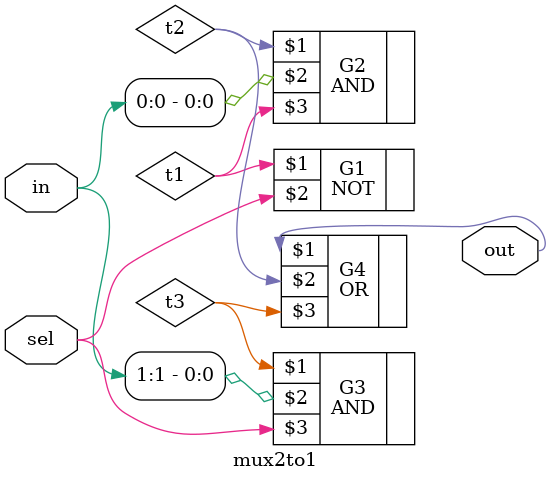
<source format=v>
module mux16to1 (in, sel, out);
 input [15:0] in;
 input [3:0] sel;
 output out;
 wire [3:0] t;
 
 mux4to1 M0 (in[3:0],sel[1:0],t[0]);
 mux4to1 M1 (in[7:4],sel[1:0],t[1]);
 mux4to1 M2 (in[11:8],sel[1:0],t[2]);
 mux4to1 M3 (in[15:12],sel[1:0],t[3]);
 mux4to1 M4 (t,sel[3:2],out);
endmodule

module mux4to1 (in, sel, out);
 input [3:0] in;
 input [1:0] sel;
 output out;
 wire [1:0] t;
 
 mux2to1 M0 (in[1:0],sel[0],t[0]);
 mux2to1 M1 (in[3:2],sel[0],t[1]);
 mux2to1 M2 (t,sel[1],out);
endmodule

module mux2to1 (in, sel, out);
 input [1:0] in;
 input sel;
 output out;
 wire t1, t2, t3;
 
 NOT G1 (t1,sel);
 AND G2 (t2,in[0],t1);
 AND G3 (t3,in[1],sel);
 OR G4 (out,t2,t3);
endmodule

</source>
